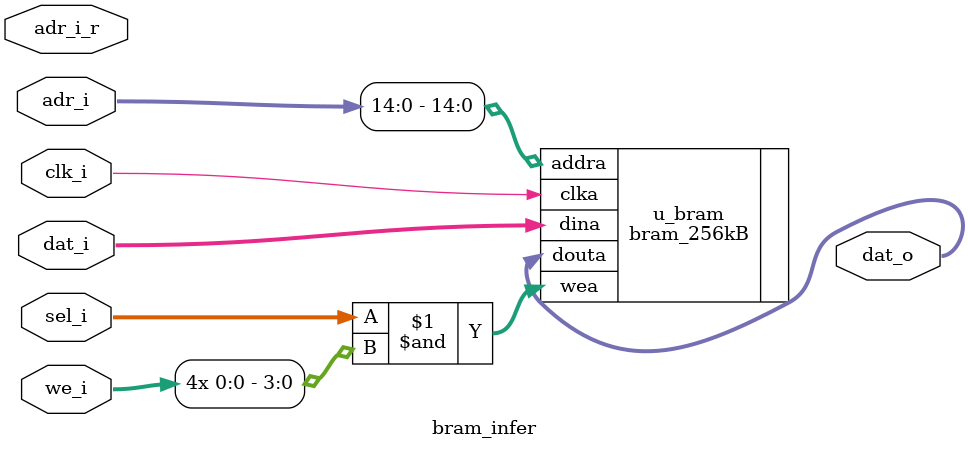
<source format=v>
/**
 * This file is part of OpTiMSoC.
 * 
 * OpTiMSoC is free hardware: you can redistribute it and/or modify
 * it under the terms of the GNU Lesser General Public License as 
 * published by the Free Software Foundation, either version 3 of 
 * the License, or (at your option) any later version.
 *
 * As the LGPL in general applies to software, the meaning of
 * "linking" is defined as using the OpTiMSoC in your projects at
 * the external interfaces.
 * 
 * OpTiMSoC is distributed in the hope that it will be useful,
 * but WITHOUT ANY WARRANTY; without even the implied warranty of
 * MERCHANTABILITY or FITNESS FOR A PARTICULAR PURPOSE.  See the
 * GNU General Public License for more details.
 *
 * You should have received a copy of the GNU Lesser General Public 
 * License along with OpTiMSoC. If not, see <http://www.gnu.org/licenses/>.
 * 
 * =================================================================
 * 
 * This is the actual memory element implemented plainly in the local
 * tile memory.
 * 
 * (c) 2012-2013 by the author(s)
 * 
 * Author(s):
 *    Stefan Wallentowitz, stefan.wallentowitz@tum.de
 */

module bram_infer(/*AUTOARG*/
   // Outputs
   dat_o,
   // Inputs
   clk_i, sel_i, adr_i_r, adr_i, we_i, dat_i
   );

   parameter dw = 32;

   parameter aw = 23;
   /* memory size in bytes */
   parameter mem_size  = 'hx;
   /* memory size in words */
   localparam mem_size_words = mem_size * 8 / dw;

   input clk_i;
   input [3:0] sel_i;
   input [aw-3:0] adr_i_r;
   input [aw-3:0] adr_i;
   input          we_i;
   input [31:0]   dat_i;
   output [31:0]  dat_o;

   bram_256kB
     u_bram(
            .clka(clk_i), // input clka
            .wea(sel_i&{4{we_i}}), // input [3 : 0] wea
            .addra(adr_i[14:0]), // input [14 : 0] addra
            .dina(dat_i), // input [31 : 0] dina
            .douta(dat_o) // output [31 : 0] douta
            );

   
/* -----\/----- EXCLUDED -----\/-----
   reg [7:0]         mem0 [0:mem_size_words-1] /-*synthesis syn_ramstyle = "no_rw_check" *-/;
   reg [15:8]        mem1 [0:mem_size_words-1] /-*synthesis syn_ramstyle = "no_rw_check" *-/;
   reg [23:16]       mem2 [0:mem_size_words-1] /-*synthesis syn_ramstyle = "no_rw_check" *-/;
   reg [31:24]       mem3 [0:mem_size_words-1] /-*synthesis syn_ramstyle = "no_rw_check" *-/;

   assign dat_o = {mem3[adr_i_r],mem2[adr_i_r],mem1[adr_i_r],mem0[adr_i_r]};
   
   // Write logic
   always @ (posedge clk_i) begin
      if (we_i & sel_i[3]) 
         mem3[adr_i_r] <= dat_i[31:24];
      if (we_i & sel_i[2]) 
         mem2[adr_i_r] <= dat_i[23:16];
      if (we_i & sel_i[1]) 
         mem1[adr_i_r] <= dat_i[15:8];
      if (we_i & sel_i[0]) 
         mem0[adr_i_r] <= dat_i[7:0];
   end
 -----/\----- EXCLUDED -----/\----- */

endmodule
</source>
